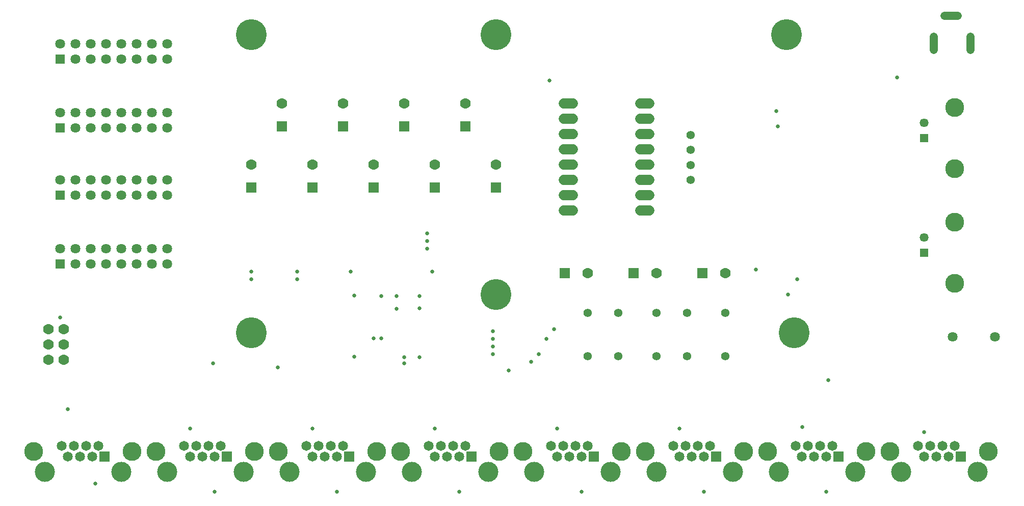
<source format=gbr>
G04 EAGLE Gerber RS-274X export*
G75*
%MOMM*%
%FSLAX34Y34*%
%LPD*%
%INSoldermask Bottom*%
%IPPOS*%
%AMOC8*
5,1,8,0,0,1.08239X$1,22.5*%
G01*
G04 Define Apertures*
%ADD10C,5.127000*%
%ADD11C,1.702000*%
%ADD12C,1.387000*%
%ADD13R,1.627000X1.627000*%
%ADD14C,1.627000*%
%ADD15R,1.462000X1.462000*%
%ADD16C,1.462000*%
%ADD17C,3.127000*%
%ADD18C,1.777000*%
%ADD19R,1.777000X1.777000*%
%ADD20C,1.651000*%
%ADD21R,1.651000X1.651000*%
%ADD22C,3.327000*%
%ADD23C,1.327000*%
%ADD24C,0.652000*%
D10*
X1219200Y927100D03*
X330200Y927100D03*
X1231900Y431800D03*
X330200Y431800D03*
X736600Y927100D03*
X736600Y495300D03*
D11*
X849375Y812800D02*
X865125Y812800D01*
X865125Y787400D02*
X849375Y787400D01*
X849375Y762000D02*
X865125Y762000D01*
X865125Y736600D02*
X849375Y736600D01*
X849375Y711200D02*
X865125Y711200D01*
X865125Y685800D02*
X849375Y685800D01*
X849375Y660400D02*
X865125Y660400D01*
X865125Y635000D02*
X849375Y635000D01*
X976375Y812800D02*
X992125Y812800D01*
X992125Y787400D02*
X976375Y787400D01*
X976375Y762000D02*
X992125Y762000D01*
X992125Y736600D02*
X976375Y736600D01*
X976375Y711200D02*
X992125Y711200D01*
X992125Y685800D02*
X976375Y685800D01*
X976375Y660400D02*
X992125Y660400D01*
X992125Y635000D02*
X976375Y635000D01*
D12*
X1060450Y685800D03*
X1060450Y710800D03*
X1060450Y735800D03*
X1060450Y760800D03*
D13*
X12700Y660400D03*
D14*
X12700Y685800D03*
X38100Y660400D03*
X38100Y685800D03*
X63500Y660400D03*
X63500Y685800D03*
X88900Y660400D03*
X88900Y685800D03*
X114300Y660400D03*
X114300Y685800D03*
X139700Y660400D03*
X139700Y685800D03*
X165100Y660400D03*
X165100Y685800D03*
X190500Y660400D03*
X190500Y685800D03*
D13*
X12700Y546100D03*
D14*
X12700Y571500D03*
X38100Y546100D03*
X38100Y571500D03*
X63500Y546100D03*
X63500Y571500D03*
X88900Y546100D03*
X88900Y571500D03*
X114300Y546100D03*
X114300Y571500D03*
X139700Y546100D03*
X139700Y571500D03*
X165100Y546100D03*
X165100Y571500D03*
X190500Y546100D03*
X190500Y571500D03*
D13*
X12700Y887082D03*
D14*
X12700Y912482D03*
X38100Y887082D03*
X38100Y912482D03*
X63500Y887082D03*
X63500Y912482D03*
X88900Y887082D03*
X88900Y912482D03*
X114300Y887082D03*
X114300Y912482D03*
X139700Y887082D03*
X139700Y912482D03*
X165100Y887082D03*
X165100Y912482D03*
X190500Y887082D03*
X190500Y912482D03*
D13*
X12700Y772202D03*
D14*
X12700Y797602D03*
X38100Y772202D03*
X38100Y797602D03*
X63500Y772202D03*
X63500Y797602D03*
X88900Y772202D03*
X88900Y797602D03*
X114300Y772202D03*
X114300Y797602D03*
X139700Y772202D03*
X139700Y797602D03*
X165100Y772202D03*
X165100Y797602D03*
X190500Y772202D03*
X190500Y797602D03*
D15*
X1447800Y565150D03*
D16*
X1447800Y590550D03*
D17*
X1498600Y514350D03*
X1498600Y615950D03*
D12*
X889000Y393060D03*
X889000Y465460D03*
X1003300Y393060D03*
X1003300Y465460D03*
X939800Y393060D03*
X939800Y465460D03*
X1054100Y393060D03*
X1054100Y465460D03*
X1117600Y393060D03*
X1117600Y465460D03*
D15*
X1447800Y755650D03*
D16*
X1447800Y781050D03*
D17*
X1498600Y704850D03*
X1498600Y806450D03*
D18*
X-6350Y387350D03*
X19050Y387350D03*
X-6350Y412750D03*
X19050Y412750D03*
X-6350Y438150D03*
X19050Y438150D03*
D19*
X965200Y530860D03*
D18*
X1003300Y530860D03*
D19*
X1079500Y530860D03*
D18*
X1117600Y530860D03*
D19*
X850900Y530860D03*
D18*
X889000Y530860D03*
D20*
X15240Y243840D03*
X35560Y243840D03*
X55880Y243840D03*
X76200Y243840D03*
X25400Y226060D03*
X45720Y226060D03*
X66040Y226060D03*
D21*
X86360Y226060D03*
D22*
X-12700Y200660D03*
X114300Y200660D03*
D17*
X132300Y235250D03*
X-30700Y235250D03*
D20*
X218440Y243840D03*
X238760Y243840D03*
X259080Y243840D03*
X279400Y243840D03*
X228600Y226060D03*
X248920Y226060D03*
X269240Y226060D03*
D21*
X289560Y226060D03*
D22*
X190500Y200660D03*
X317500Y200660D03*
D17*
X335500Y235250D03*
X172500Y235250D03*
D20*
X421640Y243840D03*
X441960Y243840D03*
X462280Y243840D03*
X482600Y243840D03*
X431800Y226060D03*
X452120Y226060D03*
X472440Y226060D03*
D21*
X492760Y226060D03*
D22*
X393700Y200660D03*
X520700Y200660D03*
D17*
X538700Y235250D03*
X375700Y235250D03*
D20*
X624840Y243840D03*
X645160Y243840D03*
X665480Y243840D03*
X685800Y243840D03*
X635000Y226060D03*
X655320Y226060D03*
X675640Y226060D03*
D21*
X695960Y226060D03*
D22*
X596900Y200660D03*
X723900Y200660D03*
D17*
X741900Y235250D03*
X578900Y235250D03*
D20*
X828040Y243840D03*
X848360Y243840D03*
X868680Y243840D03*
X889000Y243840D03*
X838200Y226060D03*
X858520Y226060D03*
X878840Y226060D03*
D21*
X899160Y226060D03*
D22*
X800100Y200660D03*
X927100Y200660D03*
D17*
X945100Y235250D03*
X782100Y235250D03*
D20*
X1031240Y243840D03*
X1051560Y243840D03*
X1071880Y243840D03*
X1092200Y243840D03*
X1041400Y226060D03*
X1061720Y226060D03*
X1082040Y226060D03*
D21*
X1102360Y226060D03*
D22*
X1003300Y200660D03*
X1130300Y200660D03*
D17*
X1148300Y235250D03*
X985300Y235250D03*
D20*
X1234440Y243840D03*
X1254760Y243840D03*
X1275080Y243840D03*
X1295400Y243840D03*
X1244600Y226060D03*
X1264920Y226060D03*
X1285240Y226060D03*
D21*
X1305560Y226060D03*
D22*
X1206500Y200660D03*
X1333500Y200660D03*
D17*
X1351500Y235250D03*
X1188500Y235250D03*
D20*
X1437640Y243840D03*
X1457960Y243840D03*
X1478280Y243840D03*
X1498600Y243840D03*
X1447800Y226060D03*
X1468120Y226060D03*
X1488440Y226060D03*
D21*
X1508760Y226060D03*
D22*
X1409700Y200660D03*
X1536700Y200660D03*
D17*
X1554700Y235250D03*
X1391700Y235250D03*
D14*
X1565740Y425450D03*
X1495740Y425450D03*
D23*
X1525200Y901850D02*
X1525200Y923850D01*
X1503700Y958850D02*
X1481700Y958850D01*
X1464200Y923850D02*
X1464200Y901850D01*
D19*
X330200Y673100D03*
D18*
X330200Y711200D03*
D19*
X431800Y673100D03*
D18*
X431800Y711200D03*
D19*
X533400Y673100D03*
D18*
X533400Y711200D03*
D19*
X635000Y673100D03*
D18*
X635000Y711200D03*
D19*
X736600Y673100D03*
D18*
X736600Y711200D03*
D19*
X381000Y774700D03*
D18*
X381000Y812800D03*
D19*
X482600Y774700D03*
D18*
X482600Y812800D03*
D19*
X584200Y774700D03*
D18*
X584200Y812800D03*
D19*
X685800Y774700D03*
D18*
X685800Y812800D03*
D24*
X609600Y493550D03*
X609600Y391950D03*
X501650Y493594D03*
X501650Y391994D03*
X1403350Y856017D03*
X1221944Y495300D03*
X622300Y596900D03*
X12700Y457200D03*
X825500Y850900D03*
X266700Y381000D03*
X25400Y304800D03*
X533400Y422910D03*
X1202690Y800100D03*
X374650Y374650D03*
X228600Y273050D03*
X546100Y422910D03*
X1205230Y774700D03*
X584200Y381000D03*
X431800Y273050D03*
X584200Y391160D03*
X635000Y273050D03*
X758036Y369724D03*
X795020Y383540D03*
X731520Y396240D03*
X838200Y273050D03*
X807720Y396240D03*
X731520Y408940D03*
X1041400Y273050D03*
X820420Y421640D03*
X731520Y421640D03*
X1245870Y275590D03*
X731520Y434340D03*
X1447800Y266700D03*
X833120Y438150D03*
X1168400Y537210D03*
X1236980Y520700D03*
X1289050Y353201D03*
X71120Y181610D03*
X269240Y167640D03*
X472440Y167612D03*
X675640Y167612D03*
X878840Y167612D03*
X1082040Y167612D03*
X1285240Y167612D03*
X330200Y520700D03*
X406400Y520700D03*
X330200Y533400D03*
X406400Y533400D03*
X631190Y533400D03*
X495300Y533400D03*
X622300Y571500D03*
X622300Y584200D03*
X546100Y493550D03*
X571500Y471734D03*
X609600Y472440D03*
X571500Y493522D03*
M02*

</source>
